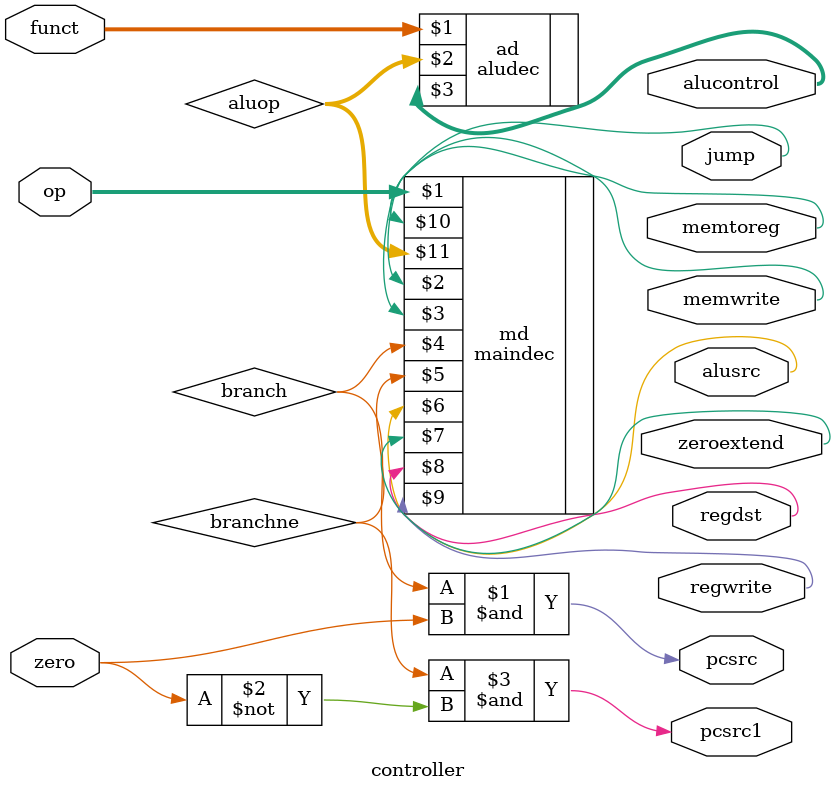
<source format=sv>
module controller(input logic [5:0] op, funct, 
				  input logic zero, 
				  output logic memtoreg, memwrite, 
				  output logic pcsrc,pcsrc1,alusrc,
				  output logic zeroextend,
				  output logic regdst, regwrite, 
				  output logic jump, 
				  output logic [2:0] alucontrol);
logic [1:0] aluop; 
logic branch;
logic branchne;
maindec md(op, memtoreg, memwrite, branch,branchne,alusrc,zeroextend,regdst, regwrite, jump, aluop); 
aludec ad(funct, aluop, alucontrol);
assign pcsrc=branch & zero; 
assign pcsrc1 = branchne & (~zero);
endmodule
</source>
